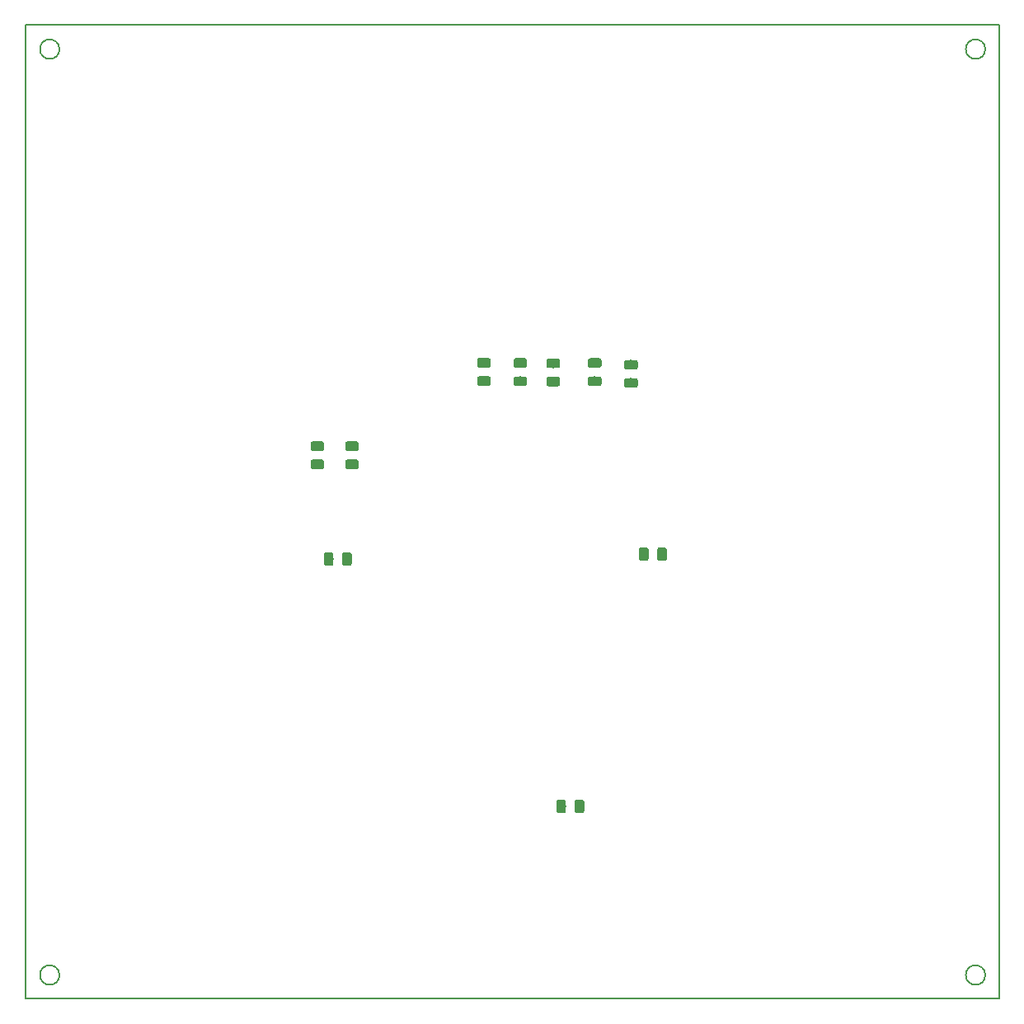
<source format=gbr>
%TF.GenerationSoftware,KiCad,Pcbnew,(5.0.0)*%
%TF.CreationDate,2020-03-23T14:28:17+01:00*%
%TF.ProjectId,Schaltplan_Modul4,536368616C74706C616E5F4D6F64756C,rev?*%
%TF.SameCoordinates,Original*%
%TF.FileFunction,Paste,Top*%
%TF.FilePolarity,Positive*%
%FSLAX46Y46*%
G04 Gerber Fmt 4.6, Leading zero omitted, Abs format (unit mm)*
G04 Created by KiCad (PCBNEW (5.0.0)) date 03/23/20 14:28:17*
%MOMM*%
%LPD*%
G01*
G04 APERTURE LIST*
%ADD10C,0.200000*%
%ADD11C,0.150000*%
%ADD12C,0.975000*%
G04 APERTURE END LIST*
D10*
X103500000Y-147576000D02*
G75*
G03X103500000Y-147576000I-1000000J0D01*
G01*
X198576000Y-147576000D02*
G75*
G03X198576000Y-147576000I-1000000J0D01*
G01*
X198576000Y-52500000D02*
G75*
G03X198576000Y-52500000I-1000000J0D01*
G01*
X103500000Y-52500000D02*
G75*
G03X103500000Y-52500000I-1000000J0D01*
G01*
X100000000Y-50000000D02*
X100000000Y-150000000D01*
X100000000Y-150000000D02*
X200000000Y-150000000D01*
X200000000Y-50000000D02*
X200000000Y-150000000D01*
X100000000Y-50000000D02*
X200000000Y-50000000D01*
D11*
%TO.C,R4*%
G36*
X130452142Y-94647174D02*
X130475803Y-94650684D01*
X130499007Y-94656496D01*
X130521529Y-94664554D01*
X130543153Y-94674782D01*
X130563670Y-94687079D01*
X130582883Y-94701329D01*
X130600607Y-94717393D01*
X130616671Y-94735117D01*
X130630921Y-94754330D01*
X130643218Y-94774847D01*
X130653446Y-94796471D01*
X130661504Y-94818993D01*
X130667316Y-94842197D01*
X130670826Y-94865858D01*
X130672000Y-94889750D01*
X130672000Y-95377250D01*
X130670826Y-95401142D01*
X130667316Y-95424803D01*
X130661504Y-95448007D01*
X130653446Y-95470529D01*
X130643218Y-95492153D01*
X130630921Y-95512670D01*
X130616671Y-95531883D01*
X130600607Y-95549607D01*
X130582883Y-95565671D01*
X130563670Y-95579921D01*
X130543153Y-95592218D01*
X130521529Y-95602446D01*
X130499007Y-95610504D01*
X130475803Y-95616316D01*
X130452142Y-95619826D01*
X130428250Y-95621000D01*
X129515750Y-95621000D01*
X129491858Y-95619826D01*
X129468197Y-95616316D01*
X129444993Y-95610504D01*
X129422471Y-95602446D01*
X129400847Y-95592218D01*
X129380330Y-95579921D01*
X129361117Y-95565671D01*
X129343393Y-95549607D01*
X129327329Y-95531883D01*
X129313079Y-95512670D01*
X129300782Y-95492153D01*
X129290554Y-95470529D01*
X129282496Y-95448007D01*
X129276684Y-95424803D01*
X129273174Y-95401142D01*
X129272000Y-95377250D01*
X129272000Y-94889750D01*
X129273174Y-94865858D01*
X129276684Y-94842197D01*
X129282496Y-94818993D01*
X129290554Y-94796471D01*
X129300782Y-94774847D01*
X129313079Y-94754330D01*
X129327329Y-94735117D01*
X129343393Y-94717393D01*
X129361117Y-94701329D01*
X129380330Y-94687079D01*
X129400847Y-94674782D01*
X129422471Y-94664554D01*
X129444993Y-94656496D01*
X129468197Y-94650684D01*
X129491858Y-94647174D01*
X129515750Y-94646000D01*
X130428250Y-94646000D01*
X130452142Y-94647174D01*
X130452142Y-94647174D01*
G37*
D12*
X129972000Y-95133500D03*
D11*
G36*
X130452142Y-92772174D02*
X130475803Y-92775684D01*
X130499007Y-92781496D01*
X130521529Y-92789554D01*
X130543153Y-92799782D01*
X130563670Y-92812079D01*
X130582883Y-92826329D01*
X130600607Y-92842393D01*
X130616671Y-92860117D01*
X130630921Y-92879330D01*
X130643218Y-92899847D01*
X130653446Y-92921471D01*
X130661504Y-92943993D01*
X130667316Y-92967197D01*
X130670826Y-92990858D01*
X130672000Y-93014750D01*
X130672000Y-93502250D01*
X130670826Y-93526142D01*
X130667316Y-93549803D01*
X130661504Y-93573007D01*
X130653446Y-93595529D01*
X130643218Y-93617153D01*
X130630921Y-93637670D01*
X130616671Y-93656883D01*
X130600607Y-93674607D01*
X130582883Y-93690671D01*
X130563670Y-93704921D01*
X130543153Y-93717218D01*
X130521529Y-93727446D01*
X130499007Y-93735504D01*
X130475803Y-93741316D01*
X130452142Y-93744826D01*
X130428250Y-93746000D01*
X129515750Y-93746000D01*
X129491858Y-93744826D01*
X129468197Y-93741316D01*
X129444993Y-93735504D01*
X129422471Y-93727446D01*
X129400847Y-93717218D01*
X129380330Y-93704921D01*
X129361117Y-93690671D01*
X129343393Y-93674607D01*
X129327329Y-93656883D01*
X129313079Y-93637670D01*
X129300782Y-93617153D01*
X129290554Y-93595529D01*
X129282496Y-93573007D01*
X129276684Y-93549803D01*
X129273174Y-93526142D01*
X129272000Y-93502250D01*
X129272000Y-93014750D01*
X129273174Y-92990858D01*
X129276684Y-92967197D01*
X129282496Y-92943993D01*
X129290554Y-92921471D01*
X129300782Y-92899847D01*
X129313079Y-92879330D01*
X129327329Y-92860117D01*
X129343393Y-92842393D01*
X129361117Y-92826329D01*
X129380330Y-92812079D01*
X129400847Y-92799782D01*
X129422471Y-92789554D01*
X129444993Y-92781496D01*
X129468197Y-92775684D01*
X129491858Y-92772174D01*
X129515750Y-92771000D01*
X130428250Y-92771000D01*
X130452142Y-92772174D01*
X130452142Y-92772174D01*
G37*
D12*
X129972000Y-93258500D03*
%TD*%
D11*
%TO.C,R1*%
G36*
X154680142Y-84276174D02*
X154703803Y-84279684D01*
X154727007Y-84285496D01*
X154749529Y-84293554D01*
X154771153Y-84303782D01*
X154791670Y-84316079D01*
X154810883Y-84330329D01*
X154828607Y-84346393D01*
X154844671Y-84364117D01*
X154858921Y-84383330D01*
X154871218Y-84403847D01*
X154881446Y-84425471D01*
X154889504Y-84447993D01*
X154895316Y-84471197D01*
X154898826Y-84494858D01*
X154900000Y-84518750D01*
X154900000Y-85006250D01*
X154898826Y-85030142D01*
X154895316Y-85053803D01*
X154889504Y-85077007D01*
X154881446Y-85099529D01*
X154871218Y-85121153D01*
X154858921Y-85141670D01*
X154844671Y-85160883D01*
X154828607Y-85178607D01*
X154810883Y-85194671D01*
X154791670Y-85208921D01*
X154771153Y-85221218D01*
X154749529Y-85231446D01*
X154727007Y-85239504D01*
X154703803Y-85245316D01*
X154680142Y-85248826D01*
X154656250Y-85250000D01*
X153743750Y-85250000D01*
X153719858Y-85248826D01*
X153696197Y-85245316D01*
X153672993Y-85239504D01*
X153650471Y-85231446D01*
X153628847Y-85221218D01*
X153608330Y-85208921D01*
X153589117Y-85194671D01*
X153571393Y-85178607D01*
X153555329Y-85160883D01*
X153541079Y-85141670D01*
X153528782Y-85121153D01*
X153518554Y-85099529D01*
X153510496Y-85077007D01*
X153504684Y-85053803D01*
X153501174Y-85030142D01*
X153500000Y-85006250D01*
X153500000Y-84518750D01*
X153501174Y-84494858D01*
X153504684Y-84471197D01*
X153510496Y-84447993D01*
X153518554Y-84425471D01*
X153528782Y-84403847D01*
X153541079Y-84383330D01*
X153555329Y-84364117D01*
X153571393Y-84346393D01*
X153589117Y-84330329D01*
X153608330Y-84316079D01*
X153628847Y-84303782D01*
X153650471Y-84293554D01*
X153672993Y-84285496D01*
X153696197Y-84279684D01*
X153719858Y-84276174D01*
X153743750Y-84275000D01*
X154656250Y-84275000D01*
X154680142Y-84276174D01*
X154680142Y-84276174D01*
G37*
D12*
X154200000Y-84762500D03*
D11*
G36*
X154680142Y-86151174D02*
X154703803Y-86154684D01*
X154727007Y-86160496D01*
X154749529Y-86168554D01*
X154771153Y-86178782D01*
X154791670Y-86191079D01*
X154810883Y-86205329D01*
X154828607Y-86221393D01*
X154844671Y-86239117D01*
X154858921Y-86258330D01*
X154871218Y-86278847D01*
X154881446Y-86300471D01*
X154889504Y-86322993D01*
X154895316Y-86346197D01*
X154898826Y-86369858D01*
X154900000Y-86393750D01*
X154900000Y-86881250D01*
X154898826Y-86905142D01*
X154895316Y-86928803D01*
X154889504Y-86952007D01*
X154881446Y-86974529D01*
X154871218Y-86996153D01*
X154858921Y-87016670D01*
X154844671Y-87035883D01*
X154828607Y-87053607D01*
X154810883Y-87069671D01*
X154791670Y-87083921D01*
X154771153Y-87096218D01*
X154749529Y-87106446D01*
X154727007Y-87114504D01*
X154703803Y-87120316D01*
X154680142Y-87123826D01*
X154656250Y-87125000D01*
X153743750Y-87125000D01*
X153719858Y-87123826D01*
X153696197Y-87120316D01*
X153672993Y-87114504D01*
X153650471Y-87106446D01*
X153628847Y-87096218D01*
X153608330Y-87083921D01*
X153589117Y-87069671D01*
X153571393Y-87053607D01*
X153555329Y-87035883D01*
X153541079Y-87016670D01*
X153528782Y-86996153D01*
X153518554Y-86974529D01*
X153510496Y-86952007D01*
X153504684Y-86928803D01*
X153501174Y-86905142D01*
X153500000Y-86881250D01*
X153500000Y-86393750D01*
X153501174Y-86369858D01*
X153504684Y-86346197D01*
X153510496Y-86322993D01*
X153518554Y-86300471D01*
X153528782Y-86278847D01*
X153541079Y-86258330D01*
X153555329Y-86239117D01*
X153571393Y-86221393D01*
X153589117Y-86205329D01*
X153608330Y-86191079D01*
X153628847Y-86178782D01*
X153650471Y-86168554D01*
X153672993Y-86160496D01*
X153696197Y-86154684D01*
X153719858Y-86151174D01*
X153743750Y-86150000D01*
X154656250Y-86150000D01*
X154680142Y-86151174D01*
X154680142Y-86151174D01*
G37*
D12*
X154200000Y-86637500D03*
%TD*%
D11*
%TO.C,R2*%
G36*
X147568142Y-84213674D02*
X147591803Y-84217184D01*
X147615007Y-84222996D01*
X147637529Y-84231054D01*
X147659153Y-84241282D01*
X147679670Y-84253579D01*
X147698883Y-84267829D01*
X147716607Y-84283893D01*
X147732671Y-84301617D01*
X147746921Y-84320830D01*
X147759218Y-84341347D01*
X147769446Y-84362971D01*
X147777504Y-84385493D01*
X147783316Y-84408697D01*
X147786826Y-84432358D01*
X147788000Y-84456250D01*
X147788000Y-84943750D01*
X147786826Y-84967642D01*
X147783316Y-84991303D01*
X147777504Y-85014507D01*
X147769446Y-85037029D01*
X147759218Y-85058653D01*
X147746921Y-85079170D01*
X147732671Y-85098383D01*
X147716607Y-85116107D01*
X147698883Y-85132171D01*
X147679670Y-85146421D01*
X147659153Y-85158718D01*
X147637529Y-85168946D01*
X147615007Y-85177004D01*
X147591803Y-85182816D01*
X147568142Y-85186326D01*
X147544250Y-85187500D01*
X146631750Y-85187500D01*
X146607858Y-85186326D01*
X146584197Y-85182816D01*
X146560993Y-85177004D01*
X146538471Y-85168946D01*
X146516847Y-85158718D01*
X146496330Y-85146421D01*
X146477117Y-85132171D01*
X146459393Y-85116107D01*
X146443329Y-85098383D01*
X146429079Y-85079170D01*
X146416782Y-85058653D01*
X146406554Y-85037029D01*
X146398496Y-85014507D01*
X146392684Y-84991303D01*
X146389174Y-84967642D01*
X146388000Y-84943750D01*
X146388000Y-84456250D01*
X146389174Y-84432358D01*
X146392684Y-84408697D01*
X146398496Y-84385493D01*
X146406554Y-84362971D01*
X146416782Y-84341347D01*
X146429079Y-84320830D01*
X146443329Y-84301617D01*
X146459393Y-84283893D01*
X146477117Y-84267829D01*
X146496330Y-84253579D01*
X146516847Y-84241282D01*
X146538471Y-84231054D01*
X146560993Y-84222996D01*
X146584197Y-84217184D01*
X146607858Y-84213674D01*
X146631750Y-84212500D01*
X147544250Y-84212500D01*
X147568142Y-84213674D01*
X147568142Y-84213674D01*
G37*
D12*
X147088000Y-84700000D03*
D11*
G36*
X147568142Y-86088674D02*
X147591803Y-86092184D01*
X147615007Y-86097996D01*
X147637529Y-86106054D01*
X147659153Y-86116282D01*
X147679670Y-86128579D01*
X147698883Y-86142829D01*
X147716607Y-86158893D01*
X147732671Y-86176617D01*
X147746921Y-86195830D01*
X147759218Y-86216347D01*
X147769446Y-86237971D01*
X147777504Y-86260493D01*
X147783316Y-86283697D01*
X147786826Y-86307358D01*
X147788000Y-86331250D01*
X147788000Y-86818750D01*
X147786826Y-86842642D01*
X147783316Y-86866303D01*
X147777504Y-86889507D01*
X147769446Y-86912029D01*
X147759218Y-86933653D01*
X147746921Y-86954170D01*
X147732671Y-86973383D01*
X147716607Y-86991107D01*
X147698883Y-87007171D01*
X147679670Y-87021421D01*
X147659153Y-87033718D01*
X147637529Y-87043946D01*
X147615007Y-87052004D01*
X147591803Y-87057816D01*
X147568142Y-87061326D01*
X147544250Y-87062500D01*
X146631750Y-87062500D01*
X146607858Y-87061326D01*
X146584197Y-87057816D01*
X146560993Y-87052004D01*
X146538471Y-87043946D01*
X146516847Y-87033718D01*
X146496330Y-87021421D01*
X146477117Y-87007171D01*
X146459393Y-86991107D01*
X146443329Y-86973383D01*
X146429079Y-86954170D01*
X146416782Y-86933653D01*
X146406554Y-86912029D01*
X146398496Y-86889507D01*
X146392684Y-86866303D01*
X146389174Y-86842642D01*
X146388000Y-86818750D01*
X146388000Y-86331250D01*
X146389174Y-86307358D01*
X146392684Y-86283697D01*
X146398496Y-86260493D01*
X146406554Y-86237971D01*
X146416782Y-86216347D01*
X146429079Y-86195830D01*
X146443329Y-86176617D01*
X146459393Y-86158893D01*
X146477117Y-86142829D01*
X146496330Y-86128579D01*
X146516847Y-86116282D01*
X146538471Y-86106054D01*
X146560993Y-86097996D01*
X146584197Y-86092184D01*
X146607858Y-86088674D01*
X146631750Y-86087500D01*
X147544250Y-86087500D01*
X147568142Y-86088674D01*
X147568142Y-86088674D01*
G37*
D12*
X147088000Y-86575000D03*
%TD*%
D11*
%TO.C,C1*%
G36*
X162672142Y-84413674D02*
X162695803Y-84417184D01*
X162719007Y-84422996D01*
X162741529Y-84431054D01*
X162763153Y-84441282D01*
X162783670Y-84453579D01*
X162802883Y-84467829D01*
X162820607Y-84483893D01*
X162836671Y-84501617D01*
X162850921Y-84520830D01*
X162863218Y-84541347D01*
X162873446Y-84562971D01*
X162881504Y-84585493D01*
X162887316Y-84608697D01*
X162890826Y-84632358D01*
X162892000Y-84656250D01*
X162892000Y-85143750D01*
X162890826Y-85167642D01*
X162887316Y-85191303D01*
X162881504Y-85214507D01*
X162873446Y-85237029D01*
X162863218Y-85258653D01*
X162850921Y-85279170D01*
X162836671Y-85298383D01*
X162820607Y-85316107D01*
X162802883Y-85332171D01*
X162783670Y-85346421D01*
X162763153Y-85358718D01*
X162741529Y-85368946D01*
X162719007Y-85377004D01*
X162695803Y-85382816D01*
X162672142Y-85386326D01*
X162648250Y-85387500D01*
X161735750Y-85387500D01*
X161711858Y-85386326D01*
X161688197Y-85382816D01*
X161664993Y-85377004D01*
X161642471Y-85368946D01*
X161620847Y-85358718D01*
X161600330Y-85346421D01*
X161581117Y-85332171D01*
X161563393Y-85316107D01*
X161547329Y-85298383D01*
X161533079Y-85279170D01*
X161520782Y-85258653D01*
X161510554Y-85237029D01*
X161502496Y-85214507D01*
X161496684Y-85191303D01*
X161493174Y-85167642D01*
X161492000Y-85143750D01*
X161492000Y-84656250D01*
X161493174Y-84632358D01*
X161496684Y-84608697D01*
X161502496Y-84585493D01*
X161510554Y-84562971D01*
X161520782Y-84541347D01*
X161533079Y-84520830D01*
X161547329Y-84501617D01*
X161563393Y-84483893D01*
X161581117Y-84467829D01*
X161600330Y-84453579D01*
X161620847Y-84441282D01*
X161642471Y-84431054D01*
X161664993Y-84422996D01*
X161688197Y-84417184D01*
X161711858Y-84413674D01*
X161735750Y-84412500D01*
X162648250Y-84412500D01*
X162672142Y-84413674D01*
X162672142Y-84413674D01*
G37*
D12*
X162192000Y-84900000D03*
D11*
G36*
X162672142Y-86288674D02*
X162695803Y-86292184D01*
X162719007Y-86297996D01*
X162741529Y-86306054D01*
X162763153Y-86316282D01*
X162783670Y-86328579D01*
X162802883Y-86342829D01*
X162820607Y-86358893D01*
X162836671Y-86376617D01*
X162850921Y-86395830D01*
X162863218Y-86416347D01*
X162873446Y-86437971D01*
X162881504Y-86460493D01*
X162887316Y-86483697D01*
X162890826Y-86507358D01*
X162892000Y-86531250D01*
X162892000Y-87018750D01*
X162890826Y-87042642D01*
X162887316Y-87066303D01*
X162881504Y-87089507D01*
X162873446Y-87112029D01*
X162863218Y-87133653D01*
X162850921Y-87154170D01*
X162836671Y-87173383D01*
X162820607Y-87191107D01*
X162802883Y-87207171D01*
X162783670Y-87221421D01*
X162763153Y-87233718D01*
X162741529Y-87243946D01*
X162719007Y-87252004D01*
X162695803Y-87257816D01*
X162672142Y-87261326D01*
X162648250Y-87262500D01*
X161735750Y-87262500D01*
X161711858Y-87261326D01*
X161688197Y-87257816D01*
X161664993Y-87252004D01*
X161642471Y-87243946D01*
X161620847Y-87233718D01*
X161600330Y-87221421D01*
X161581117Y-87207171D01*
X161563393Y-87191107D01*
X161547329Y-87173383D01*
X161533079Y-87154170D01*
X161520782Y-87133653D01*
X161510554Y-87112029D01*
X161502496Y-87089507D01*
X161496684Y-87066303D01*
X161493174Y-87042642D01*
X161492000Y-87018750D01*
X161492000Y-86531250D01*
X161493174Y-86507358D01*
X161496684Y-86483697D01*
X161502496Y-86460493D01*
X161510554Y-86437971D01*
X161520782Y-86416347D01*
X161533079Y-86395830D01*
X161547329Y-86376617D01*
X161563393Y-86358893D01*
X161581117Y-86342829D01*
X161600330Y-86328579D01*
X161620847Y-86316282D01*
X161642471Y-86306054D01*
X161664993Y-86297996D01*
X161688197Y-86292184D01*
X161711858Y-86288674D01*
X161735750Y-86287500D01*
X162648250Y-86287500D01*
X162672142Y-86288674D01*
X162672142Y-86288674D01*
G37*
D12*
X162192000Y-86775000D03*
%TD*%
D11*
%TO.C,C2*%
G36*
X151304142Y-84235174D02*
X151327803Y-84238684D01*
X151351007Y-84244496D01*
X151373529Y-84252554D01*
X151395153Y-84262782D01*
X151415670Y-84275079D01*
X151434883Y-84289329D01*
X151452607Y-84305393D01*
X151468671Y-84323117D01*
X151482921Y-84342330D01*
X151495218Y-84362847D01*
X151505446Y-84384471D01*
X151513504Y-84406993D01*
X151519316Y-84430197D01*
X151522826Y-84453858D01*
X151524000Y-84477750D01*
X151524000Y-84965250D01*
X151522826Y-84989142D01*
X151519316Y-85012803D01*
X151513504Y-85036007D01*
X151505446Y-85058529D01*
X151495218Y-85080153D01*
X151482921Y-85100670D01*
X151468671Y-85119883D01*
X151452607Y-85137607D01*
X151434883Y-85153671D01*
X151415670Y-85167921D01*
X151395153Y-85180218D01*
X151373529Y-85190446D01*
X151351007Y-85198504D01*
X151327803Y-85204316D01*
X151304142Y-85207826D01*
X151280250Y-85209000D01*
X150367750Y-85209000D01*
X150343858Y-85207826D01*
X150320197Y-85204316D01*
X150296993Y-85198504D01*
X150274471Y-85190446D01*
X150252847Y-85180218D01*
X150232330Y-85167921D01*
X150213117Y-85153671D01*
X150195393Y-85137607D01*
X150179329Y-85119883D01*
X150165079Y-85100670D01*
X150152782Y-85080153D01*
X150142554Y-85058529D01*
X150134496Y-85036007D01*
X150128684Y-85012803D01*
X150125174Y-84989142D01*
X150124000Y-84965250D01*
X150124000Y-84477750D01*
X150125174Y-84453858D01*
X150128684Y-84430197D01*
X150134496Y-84406993D01*
X150142554Y-84384471D01*
X150152782Y-84362847D01*
X150165079Y-84342330D01*
X150179329Y-84323117D01*
X150195393Y-84305393D01*
X150213117Y-84289329D01*
X150232330Y-84275079D01*
X150252847Y-84262782D01*
X150274471Y-84252554D01*
X150296993Y-84244496D01*
X150320197Y-84238684D01*
X150343858Y-84235174D01*
X150367750Y-84234000D01*
X151280250Y-84234000D01*
X151304142Y-84235174D01*
X151304142Y-84235174D01*
G37*
D12*
X150824000Y-84721500D03*
D11*
G36*
X151304142Y-86110174D02*
X151327803Y-86113684D01*
X151351007Y-86119496D01*
X151373529Y-86127554D01*
X151395153Y-86137782D01*
X151415670Y-86150079D01*
X151434883Y-86164329D01*
X151452607Y-86180393D01*
X151468671Y-86198117D01*
X151482921Y-86217330D01*
X151495218Y-86237847D01*
X151505446Y-86259471D01*
X151513504Y-86281993D01*
X151519316Y-86305197D01*
X151522826Y-86328858D01*
X151524000Y-86352750D01*
X151524000Y-86840250D01*
X151522826Y-86864142D01*
X151519316Y-86887803D01*
X151513504Y-86911007D01*
X151505446Y-86933529D01*
X151495218Y-86955153D01*
X151482921Y-86975670D01*
X151468671Y-86994883D01*
X151452607Y-87012607D01*
X151434883Y-87028671D01*
X151415670Y-87042921D01*
X151395153Y-87055218D01*
X151373529Y-87065446D01*
X151351007Y-87073504D01*
X151327803Y-87079316D01*
X151304142Y-87082826D01*
X151280250Y-87084000D01*
X150367750Y-87084000D01*
X150343858Y-87082826D01*
X150320197Y-87079316D01*
X150296993Y-87073504D01*
X150274471Y-87065446D01*
X150252847Y-87055218D01*
X150232330Y-87042921D01*
X150213117Y-87028671D01*
X150195393Y-87012607D01*
X150179329Y-86994883D01*
X150165079Y-86975670D01*
X150152782Y-86955153D01*
X150142554Y-86933529D01*
X150134496Y-86911007D01*
X150128684Y-86887803D01*
X150125174Y-86864142D01*
X150124000Y-86840250D01*
X150124000Y-86352750D01*
X150125174Y-86328858D01*
X150128684Y-86305197D01*
X150134496Y-86281993D01*
X150142554Y-86259471D01*
X150152782Y-86237847D01*
X150165079Y-86217330D01*
X150179329Y-86198117D01*
X150195393Y-86180393D01*
X150213117Y-86164329D01*
X150232330Y-86150079D01*
X150252847Y-86137782D01*
X150274471Y-86127554D01*
X150296993Y-86119496D01*
X150320197Y-86113684D01*
X150343858Y-86110174D01*
X150367750Y-86109000D01*
X151280250Y-86109000D01*
X151304142Y-86110174D01*
X151304142Y-86110174D01*
G37*
D12*
X150824000Y-86596500D03*
%TD*%
D11*
%TO.C,C3*%
G36*
X158948142Y-84235174D02*
X158971803Y-84238684D01*
X158995007Y-84244496D01*
X159017529Y-84252554D01*
X159039153Y-84262782D01*
X159059670Y-84275079D01*
X159078883Y-84289329D01*
X159096607Y-84305393D01*
X159112671Y-84323117D01*
X159126921Y-84342330D01*
X159139218Y-84362847D01*
X159149446Y-84384471D01*
X159157504Y-84406993D01*
X159163316Y-84430197D01*
X159166826Y-84453858D01*
X159168000Y-84477750D01*
X159168000Y-84965250D01*
X159166826Y-84989142D01*
X159163316Y-85012803D01*
X159157504Y-85036007D01*
X159149446Y-85058529D01*
X159139218Y-85080153D01*
X159126921Y-85100670D01*
X159112671Y-85119883D01*
X159096607Y-85137607D01*
X159078883Y-85153671D01*
X159059670Y-85167921D01*
X159039153Y-85180218D01*
X159017529Y-85190446D01*
X158995007Y-85198504D01*
X158971803Y-85204316D01*
X158948142Y-85207826D01*
X158924250Y-85209000D01*
X158011750Y-85209000D01*
X157987858Y-85207826D01*
X157964197Y-85204316D01*
X157940993Y-85198504D01*
X157918471Y-85190446D01*
X157896847Y-85180218D01*
X157876330Y-85167921D01*
X157857117Y-85153671D01*
X157839393Y-85137607D01*
X157823329Y-85119883D01*
X157809079Y-85100670D01*
X157796782Y-85080153D01*
X157786554Y-85058529D01*
X157778496Y-85036007D01*
X157772684Y-85012803D01*
X157769174Y-84989142D01*
X157768000Y-84965250D01*
X157768000Y-84477750D01*
X157769174Y-84453858D01*
X157772684Y-84430197D01*
X157778496Y-84406993D01*
X157786554Y-84384471D01*
X157796782Y-84362847D01*
X157809079Y-84342330D01*
X157823329Y-84323117D01*
X157839393Y-84305393D01*
X157857117Y-84289329D01*
X157876330Y-84275079D01*
X157896847Y-84262782D01*
X157918471Y-84252554D01*
X157940993Y-84244496D01*
X157964197Y-84238684D01*
X157987858Y-84235174D01*
X158011750Y-84234000D01*
X158924250Y-84234000D01*
X158948142Y-84235174D01*
X158948142Y-84235174D01*
G37*
D12*
X158468000Y-84721500D03*
D11*
G36*
X158948142Y-86110174D02*
X158971803Y-86113684D01*
X158995007Y-86119496D01*
X159017529Y-86127554D01*
X159039153Y-86137782D01*
X159059670Y-86150079D01*
X159078883Y-86164329D01*
X159096607Y-86180393D01*
X159112671Y-86198117D01*
X159126921Y-86217330D01*
X159139218Y-86237847D01*
X159149446Y-86259471D01*
X159157504Y-86281993D01*
X159163316Y-86305197D01*
X159166826Y-86328858D01*
X159168000Y-86352750D01*
X159168000Y-86840250D01*
X159166826Y-86864142D01*
X159163316Y-86887803D01*
X159157504Y-86911007D01*
X159149446Y-86933529D01*
X159139218Y-86955153D01*
X159126921Y-86975670D01*
X159112671Y-86994883D01*
X159096607Y-87012607D01*
X159078883Y-87028671D01*
X159059670Y-87042921D01*
X159039153Y-87055218D01*
X159017529Y-87065446D01*
X158995007Y-87073504D01*
X158971803Y-87079316D01*
X158948142Y-87082826D01*
X158924250Y-87084000D01*
X158011750Y-87084000D01*
X157987858Y-87082826D01*
X157964197Y-87079316D01*
X157940993Y-87073504D01*
X157918471Y-87065446D01*
X157896847Y-87055218D01*
X157876330Y-87042921D01*
X157857117Y-87028671D01*
X157839393Y-87012607D01*
X157823329Y-86994883D01*
X157809079Y-86975670D01*
X157796782Y-86955153D01*
X157786554Y-86933529D01*
X157778496Y-86911007D01*
X157772684Y-86887803D01*
X157769174Y-86864142D01*
X157768000Y-86840250D01*
X157768000Y-86352750D01*
X157769174Y-86328858D01*
X157772684Y-86305197D01*
X157778496Y-86281993D01*
X157786554Y-86259471D01*
X157796782Y-86237847D01*
X157809079Y-86217330D01*
X157823329Y-86198117D01*
X157839393Y-86180393D01*
X157857117Y-86164329D01*
X157876330Y-86150079D01*
X157896847Y-86137782D01*
X157918471Y-86127554D01*
X157940993Y-86119496D01*
X157964197Y-86113684D01*
X157987858Y-86110174D01*
X158011750Y-86109000D01*
X158924250Y-86109000D01*
X158948142Y-86110174D01*
X158948142Y-86110174D01*
G37*
D12*
X158468000Y-86596500D03*
%TD*%
D11*
%TO.C,C4*%
G36*
X157163642Y-129565174D02*
X157187303Y-129568684D01*
X157210507Y-129574496D01*
X157233029Y-129582554D01*
X157254653Y-129592782D01*
X157275170Y-129605079D01*
X157294383Y-129619329D01*
X157312107Y-129635393D01*
X157328171Y-129653117D01*
X157342421Y-129672330D01*
X157354718Y-129692847D01*
X157364946Y-129714471D01*
X157373004Y-129736993D01*
X157378816Y-129760197D01*
X157382326Y-129783858D01*
X157383500Y-129807750D01*
X157383500Y-130720250D01*
X157382326Y-130744142D01*
X157378816Y-130767803D01*
X157373004Y-130791007D01*
X157364946Y-130813529D01*
X157354718Y-130835153D01*
X157342421Y-130855670D01*
X157328171Y-130874883D01*
X157312107Y-130892607D01*
X157294383Y-130908671D01*
X157275170Y-130922921D01*
X157254653Y-130935218D01*
X157233029Y-130945446D01*
X157210507Y-130953504D01*
X157187303Y-130959316D01*
X157163642Y-130962826D01*
X157139750Y-130964000D01*
X156652250Y-130964000D01*
X156628358Y-130962826D01*
X156604697Y-130959316D01*
X156581493Y-130953504D01*
X156558971Y-130945446D01*
X156537347Y-130935218D01*
X156516830Y-130922921D01*
X156497617Y-130908671D01*
X156479893Y-130892607D01*
X156463829Y-130874883D01*
X156449579Y-130855670D01*
X156437282Y-130835153D01*
X156427054Y-130813529D01*
X156418996Y-130791007D01*
X156413184Y-130767803D01*
X156409674Y-130744142D01*
X156408500Y-130720250D01*
X156408500Y-129807750D01*
X156409674Y-129783858D01*
X156413184Y-129760197D01*
X156418996Y-129736993D01*
X156427054Y-129714471D01*
X156437282Y-129692847D01*
X156449579Y-129672330D01*
X156463829Y-129653117D01*
X156479893Y-129635393D01*
X156497617Y-129619329D01*
X156516830Y-129605079D01*
X156537347Y-129592782D01*
X156558971Y-129582554D01*
X156581493Y-129574496D01*
X156604697Y-129568684D01*
X156628358Y-129565174D01*
X156652250Y-129564000D01*
X157139750Y-129564000D01*
X157163642Y-129565174D01*
X157163642Y-129565174D01*
G37*
D12*
X156896000Y-130264000D03*
D11*
G36*
X155288642Y-129565174D02*
X155312303Y-129568684D01*
X155335507Y-129574496D01*
X155358029Y-129582554D01*
X155379653Y-129592782D01*
X155400170Y-129605079D01*
X155419383Y-129619329D01*
X155437107Y-129635393D01*
X155453171Y-129653117D01*
X155467421Y-129672330D01*
X155479718Y-129692847D01*
X155489946Y-129714471D01*
X155498004Y-129736993D01*
X155503816Y-129760197D01*
X155507326Y-129783858D01*
X155508500Y-129807750D01*
X155508500Y-130720250D01*
X155507326Y-130744142D01*
X155503816Y-130767803D01*
X155498004Y-130791007D01*
X155489946Y-130813529D01*
X155479718Y-130835153D01*
X155467421Y-130855670D01*
X155453171Y-130874883D01*
X155437107Y-130892607D01*
X155419383Y-130908671D01*
X155400170Y-130922921D01*
X155379653Y-130935218D01*
X155358029Y-130945446D01*
X155335507Y-130953504D01*
X155312303Y-130959316D01*
X155288642Y-130962826D01*
X155264750Y-130964000D01*
X154777250Y-130964000D01*
X154753358Y-130962826D01*
X154729697Y-130959316D01*
X154706493Y-130953504D01*
X154683971Y-130945446D01*
X154662347Y-130935218D01*
X154641830Y-130922921D01*
X154622617Y-130908671D01*
X154604893Y-130892607D01*
X154588829Y-130874883D01*
X154574579Y-130855670D01*
X154562282Y-130835153D01*
X154552054Y-130813529D01*
X154543996Y-130791007D01*
X154538184Y-130767803D01*
X154534674Y-130744142D01*
X154533500Y-130720250D01*
X154533500Y-129807750D01*
X154534674Y-129783858D01*
X154538184Y-129760197D01*
X154543996Y-129736993D01*
X154552054Y-129714471D01*
X154562282Y-129692847D01*
X154574579Y-129672330D01*
X154588829Y-129653117D01*
X154604893Y-129635393D01*
X154622617Y-129619329D01*
X154641830Y-129605079D01*
X154662347Y-129592782D01*
X154683971Y-129582554D01*
X154706493Y-129574496D01*
X154729697Y-129568684D01*
X154753358Y-129565174D01*
X154777250Y-129564000D01*
X155264750Y-129564000D01*
X155288642Y-129565174D01*
X155288642Y-129565174D01*
G37*
D12*
X155021000Y-130264000D03*
%TD*%
D11*
%TO.C,C5*%
G36*
X165642642Y-103657174D02*
X165666303Y-103660684D01*
X165689507Y-103666496D01*
X165712029Y-103674554D01*
X165733653Y-103684782D01*
X165754170Y-103697079D01*
X165773383Y-103711329D01*
X165791107Y-103727393D01*
X165807171Y-103745117D01*
X165821421Y-103764330D01*
X165833718Y-103784847D01*
X165843946Y-103806471D01*
X165852004Y-103828993D01*
X165857816Y-103852197D01*
X165861326Y-103875858D01*
X165862500Y-103899750D01*
X165862500Y-104812250D01*
X165861326Y-104836142D01*
X165857816Y-104859803D01*
X165852004Y-104883007D01*
X165843946Y-104905529D01*
X165833718Y-104927153D01*
X165821421Y-104947670D01*
X165807171Y-104966883D01*
X165791107Y-104984607D01*
X165773383Y-105000671D01*
X165754170Y-105014921D01*
X165733653Y-105027218D01*
X165712029Y-105037446D01*
X165689507Y-105045504D01*
X165666303Y-105051316D01*
X165642642Y-105054826D01*
X165618750Y-105056000D01*
X165131250Y-105056000D01*
X165107358Y-105054826D01*
X165083697Y-105051316D01*
X165060493Y-105045504D01*
X165037971Y-105037446D01*
X165016347Y-105027218D01*
X164995830Y-105014921D01*
X164976617Y-105000671D01*
X164958893Y-104984607D01*
X164942829Y-104966883D01*
X164928579Y-104947670D01*
X164916282Y-104927153D01*
X164906054Y-104905529D01*
X164897996Y-104883007D01*
X164892184Y-104859803D01*
X164888674Y-104836142D01*
X164887500Y-104812250D01*
X164887500Y-103899750D01*
X164888674Y-103875858D01*
X164892184Y-103852197D01*
X164897996Y-103828993D01*
X164906054Y-103806471D01*
X164916282Y-103784847D01*
X164928579Y-103764330D01*
X164942829Y-103745117D01*
X164958893Y-103727393D01*
X164976617Y-103711329D01*
X164995830Y-103697079D01*
X165016347Y-103684782D01*
X165037971Y-103674554D01*
X165060493Y-103666496D01*
X165083697Y-103660684D01*
X165107358Y-103657174D01*
X165131250Y-103656000D01*
X165618750Y-103656000D01*
X165642642Y-103657174D01*
X165642642Y-103657174D01*
G37*
D12*
X165375000Y-104356000D03*
D11*
G36*
X163767642Y-103657174D02*
X163791303Y-103660684D01*
X163814507Y-103666496D01*
X163837029Y-103674554D01*
X163858653Y-103684782D01*
X163879170Y-103697079D01*
X163898383Y-103711329D01*
X163916107Y-103727393D01*
X163932171Y-103745117D01*
X163946421Y-103764330D01*
X163958718Y-103784847D01*
X163968946Y-103806471D01*
X163977004Y-103828993D01*
X163982816Y-103852197D01*
X163986326Y-103875858D01*
X163987500Y-103899750D01*
X163987500Y-104812250D01*
X163986326Y-104836142D01*
X163982816Y-104859803D01*
X163977004Y-104883007D01*
X163968946Y-104905529D01*
X163958718Y-104927153D01*
X163946421Y-104947670D01*
X163932171Y-104966883D01*
X163916107Y-104984607D01*
X163898383Y-105000671D01*
X163879170Y-105014921D01*
X163858653Y-105027218D01*
X163837029Y-105037446D01*
X163814507Y-105045504D01*
X163791303Y-105051316D01*
X163767642Y-105054826D01*
X163743750Y-105056000D01*
X163256250Y-105056000D01*
X163232358Y-105054826D01*
X163208697Y-105051316D01*
X163185493Y-105045504D01*
X163162971Y-105037446D01*
X163141347Y-105027218D01*
X163120830Y-105014921D01*
X163101617Y-105000671D01*
X163083893Y-104984607D01*
X163067829Y-104966883D01*
X163053579Y-104947670D01*
X163041282Y-104927153D01*
X163031054Y-104905529D01*
X163022996Y-104883007D01*
X163017184Y-104859803D01*
X163013674Y-104836142D01*
X163012500Y-104812250D01*
X163012500Y-103899750D01*
X163013674Y-103875858D01*
X163017184Y-103852197D01*
X163022996Y-103828993D01*
X163031054Y-103806471D01*
X163041282Y-103784847D01*
X163053579Y-103764330D01*
X163067829Y-103745117D01*
X163083893Y-103727393D01*
X163101617Y-103711329D01*
X163120830Y-103697079D01*
X163141347Y-103684782D01*
X163162971Y-103674554D01*
X163185493Y-103666496D01*
X163208697Y-103660684D01*
X163232358Y-103657174D01*
X163256250Y-103656000D01*
X163743750Y-103656000D01*
X163767642Y-103657174D01*
X163767642Y-103657174D01*
G37*
D12*
X163500000Y-104356000D03*
%TD*%
D11*
%TO.C,C6*%
G36*
X133287642Y-104165174D02*
X133311303Y-104168684D01*
X133334507Y-104174496D01*
X133357029Y-104182554D01*
X133378653Y-104192782D01*
X133399170Y-104205079D01*
X133418383Y-104219329D01*
X133436107Y-104235393D01*
X133452171Y-104253117D01*
X133466421Y-104272330D01*
X133478718Y-104292847D01*
X133488946Y-104314471D01*
X133497004Y-104336993D01*
X133502816Y-104360197D01*
X133506326Y-104383858D01*
X133507500Y-104407750D01*
X133507500Y-105320250D01*
X133506326Y-105344142D01*
X133502816Y-105367803D01*
X133497004Y-105391007D01*
X133488946Y-105413529D01*
X133478718Y-105435153D01*
X133466421Y-105455670D01*
X133452171Y-105474883D01*
X133436107Y-105492607D01*
X133418383Y-105508671D01*
X133399170Y-105522921D01*
X133378653Y-105535218D01*
X133357029Y-105545446D01*
X133334507Y-105553504D01*
X133311303Y-105559316D01*
X133287642Y-105562826D01*
X133263750Y-105564000D01*
X132776250Y-105564000D01*
X132752358Y-105562826D01*
X132728697Y-105559316D01*
X132705493Y-105553504D01*
X132682971Y-105545446D01*
X132661347Y-105535218D01*
X132640830Y-105522921D01*
X132621617Y-105508671D01*
X132603893Y-105492607D01*
X132587829Y-105474883D01*
X132573579Y-105455670D01*
X132561282Y-105435153D01*
X132551054Y-105413529D01*
X132542996Y-105391007D01*
X132537184Y-105367803D01*
X132533674Y-105344142D01*
X132532500Y-105320250D01*
X132532500Y-104407750D01*
X132533674Y-104383858D01*
X132537184Y-104360197D01*
X132542996Y-104336993D01*
X132551054Y-104314471D01*
X132561282Y-104292847D01*
X132573579Y-104272330D01*
X132587829Y-104253117D01*
X132603893Y-104235393D01*
X132621617Y-104219329D01*
X132640830Y-104205079D01*
X132661347Y-104192782D01*
X132682971Y-104182554D01*
X132705493Y-104174496D01*
X132728697Y-104168684D01*
X132752358Y-104165174D01*
X132776250Y-104164000D01*
X133263750Y-104164000D01*
X133287642Y-104165174D01*
X133287642Y-104165174D01*
G37*
D12*
X133020000Y-104864000D03*
D11*
G36*
X131412642Y-104165174D02*
X131436303Y-104168684D01*
X131459507Y-104174496D01*
X131482029Y-104182554D01*
X131503653Y-104192782D01*
X131524170Y-104205079D01*
X131543383Y-104219329D01*
X131561107Y-104235393D01*
X131577171Y-104253117D01*
X131591421Y-104272330D01*
X131603718Y-104292847D01*
X131613946Y-104314471D01*
X131622004Y-104336993D01*
X131627816Y-104360197D01*
X131631326Y-104383858D01*
X131632500Y-104407750D01*
X131632500Y-105320250D01*
X131631326Y-105344142D01*
X131627816Y-105367803D01*
X131622004Y-105391007D01*
X131613946Y-105413529D01*
X131603718Y-105435153D01*
X131591421Y-105455670D01*
X131577171Y-105474883D01*
X131561107Y-105492607D01*
X131543383Y-105508671D01*
X131524170Y-105522921D01*
X131503653Y-105535218D01*
X131482029Y-105545446D01*
X131459507Y-105553504D01*
X131436303Y-105559316D01*
X131412642Y-105562826D01*
X131388750Y-105564000D01*
X130901250Y-105564000D01*
X130877358Y-105562826D01*
X130853697Y-105559316D01*
X130830493Y-105553504D01*
X130807971Y-105545446D01*
X130786347Y-105535218D01*
X130765830Y-105522921D01*
X130746617Y-105508671D01*
X130728893Y-105492607D01*
X130712829Y-105474883D01*
X130698579Y-105455670D01*
X130686282Y-105435153D01*
X130676054Y-105413529D01*
X130667996Y-105391007D01*
X130662184Y-105367803D01*
X130658674Y-105344142D01*
X130657500Y-105320250D01*
X130657500Y-104407750D01*
X130658674Y-104383858D01*
X130662184Y-104360197D01*
X130667996Y-104336993D01*
X130676054Y-104314471D01*
X130686282Y-104292847D01*
X130698579Y-104272330D01*
X130712829Y-104253117D01*
X130728893Y-104235393D01*
X130746617Y-104219329D01*
X130765830Y-104205079D01*
X130786347Y-104192782D01*
X130807971Y-104182554D01*
X130830493Y-104174496D01*
X130853697Y-104168684D01*
X130877358Y-104165174D01*
X130901250Y-104164000D01*
X131388750Y-104164000D01*
X131412642Y-104165174D01*
X131412642Y-104165174D01*
G37*
D12*
X131145000Y-104864000D03*
%TD*%
D11*
%TO.C,R3*%
G36*
X134008142Y-92772174D02*
X134031803Y-92775684D01*
X134055007Y-92781496D01*
X134077529Y-92789554D01*
X134099153Y-92799782D01*
X134119670Y-92812079D01*
X134138883Y-92826329D01*
X134156607Y-92842393D01*
X134172671Y-92860117D01*
X134186921Y-92879330D01*
X134199218Y-92899847D01*
X134209446Y-92921471D01*
X134217504Y-92943993D01*
X134223316Y-92967197D01*
X134226826Y-92990858D01*
X134228000Y-93014750D01*
X134228000Y-93502250D01*
X134226826Y-93526142D01*
X134223316Y-93549803D01*
X134217504Y-93573007D01*
X134209446Y-93595529D01*
X134199218Y-93617153D01*
X134186921Y-93637670D01*
X134172671Y-93656883D01*
X134156607Y-93674607D01*
X134138883Y-93690671D01*
X134119670Y-93704921D01*
X134099153Y-93717218D01*
X134077529Y-93727446D01*
X134055007Y-93735504D01*
X134031803Y-93741316D01*
X134008142Y-93744826D01*
X133984250Y-93746000D01*
X133071750Y-93746000D01*
X133047858Y-93744826D01*
X133024197Y-93741316D01*
X133000993Y-93735504D01*
X132978471Y-93727446D01*
X132956847Y-93717218D01*
X132936330Y-93704921D01*
X132917117Y-93690671D01*
X132899393Y-93674607D01*
X132883329Y-93656883D01*
X132869079Y-93637670D01*
X132856782Y-93617153D01*
X132846554Y-93595529D01*
X132838496Y-93573007D01*
X132832684Y-93549803D01*
X132829174Y-93526142D01*
X132828000Y-93502250D01*
X132828000Y-93014750D01*
X132829174Y-92990858D01*
X132832684Y-92967197D01*
X132838496Y-92943993D01*
X132846554Y-92921471D01*
X132856782Y-92899847D01*
X132869079Y-92879330D01*
X132883329Y-92860117D01*
X132899393Y-92842393D01*
X132917117Y-92826329D01*
X132936330Y-92812079D01*
X132956847Y-92799782D01*
X132978471Y-92789554D01*
X133000993Y-92781496D01*
X133024197Y-92775684D01*
X133047858Y-92772174D01*
X133071750Y-92771000D01*
X133984250Y-92771000D01*
X134008142Y-92772174D01*
X134008142Y-92772174D01*
G37*
D12*
X133528000Y-93258500D03*
D11*
G36*
X134008142Y-94647174D02*
X134031803Y-94650684D01*
X134055007Y-94656496D01*
X134077529Y-94664554D01*
X134099153Y-94674782D01*
X134119670Y-94687079D01*
X134138883Y-94701329D01*
X134156607Y-94717393D01*
X134172671Y-94735117D01*
X134186921Y-94754330D01*
X134199218Y-94774847D01*
X134209446Y-94796471D01*
X134217504Y-94818993D01*
X134223316Y-94842197D01*
X134226826Y-94865858D01*
X134228000Y-94889750D01*
X134228000Y-95377250D01*
X134226826Y-95401142D01*
X134223316Y-95424803D01*
X134217504Y-95448007D01*
X134209446Y-95470529D01*
X134199218Y-95492153D01*
X134186921Y-95512670D01*
X134172671Y-95531883D01*
X134156607Y-95549607D01*
X134138883Y-95565671D01*
X134119670Y-95579921D01*
X134099153Y-95592218D01*
X134077529Y-95602446D01*
X134055007Y-95610504D01*
X134031803Y-95616316D01*
X134008142Y-95619826D01*
X133984250Y-95621000D01*
X133071750Y-95621000D01*
X133047858Y-95619826D01*
X133024197Y-95616316D01*
X133000993Y-95610504D01*
X132978471Y-95602446D01*
X132956847Y-95592218D01*
X132936330Y-95579921D01*
X132917117Y-95565671D01*
X132899393Y-95549607D01*
X132883329Y-95531883D01*
X132869079Y-95512670D01*
X132856782Y-95492153D01*
X132846554Y-95470529D01*
X132838496Y-95448007D01*
X132832684Y-95424803D01*
X132829174Y-95401142D01*
X132828000Y-95377250D01*
X132828000Y-94889750D01*
X132829174Y-94865858D01*
X132832684Y-94842197D01*
X132838496Y-94818993D01*
X132846554Y-94796471D01*
X132856782Y-94774847D01*
X132869079Y-94754330D01*
X132883329Y-94735117D01*
X132899393Y-94717393D01*
X132917117Y-94701329D01*
X132936330Y-94687079D01*
X132956847Y-94674782D01*
X132978471Y-94664554D01*
X133000993Y-94656496D01*
X133024197Y-94650684D01*
X133047858Y-94647174D01*
X133071750Y-94646000D01*
X133984250Y-94646000D01*
X134008142Y-94647174D01*
X134008142Y-94647174D01*
G37*
D12*
X133528000Y-95133500D03*
%TD*%
M02*

</source>
